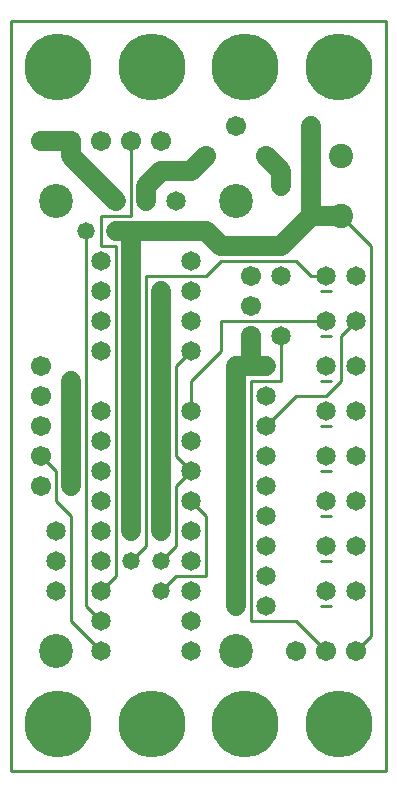
<source format=gtl>
%MOIN*%
%FSLAX25Y25*%
G04 D10 used for Character Trace; *
G04     Circle (OD=.01000) (No hole)*
G04 D11 used for Power Trace; *
G04     Circle (OD=.06700) (No hole)*
G04 D12 used for Signal Trace; *
G04     Circle (OD=.01100) (No hole)*
G04 D13 used for Via; *
G04     Circle (OD=.05800) (Round. Hole ID=.02800)*
G04 D14 used for Component hole; *
G04     Circle (OD=.06500) (Round. Hole ID=.03500)*
G04 D15 used for Component hole; *
G04     Circle (OD=.06700) (Round. Hole ID=.04300)*
G04 D16 used for Component hole; *
G04     Circle (OD=.08100) (Round. Hole ID=.05100)*
G04 D17 used for Component hole; *
G04     Circle (OD=.08900) (Round. Hole ID=.05900)*
G04 D18 used for Component hole; *
G04     Circle (OD=.11300) (Round. Hole ID=.08300)*
G04 D19 used for Component hole; *
G04     Circle (OD=.16000) (Round. Hole ID=.13000)*
G04 D20 used for Component hole; *
G04     Circle (OD=.18300) (Round. Hole ID=.15300)*
G04 D21 used for Component hole; *
G04     Circle (OD=.22291) (Round. Hole ID=.19291)*
%ADD10C,.01000*%
%ADD11C,.06700*%
%ADD12C,.01100*%
%ADD13C,.05800*%
%ADD14C,.06500*%
%ADD15C,.06700*%
%ADD16C,.08100*%
%ADD17C,.08900*%
%ADD18C,.11300*%
%ADD19C,.16000*%
%ADD20C,.18300*%
%ADD21C,.22291*%
%IPPOS*%
%LPD*%
G90*X0Y0D02*D21*X15625Y15625D03*D14*              
X30000Y40000D03*D12*X20000Y50000D01*Y85000D01*    
X15000Y90000D01*Y100000D01*X10000Y105000D01*D15*  
D03*D13*X20000Y95000D03*D11*Y130000D01*D13*D03*   
D14*X30000Y120000D03*Y140000D03*D15*              
X10000Y135000D03*Y125000D03*Y115000D03*D14*       
X30000Y150000D03*D13*X40000Y140000D03*D11*        
Y80000D01*D13*D03*D12*Y70000D02*X45000Y75000D01*  
D13*X40000Y70000D03*D12*X45000Y75000D02*          
Y165000D01*X65000D01*X70000Y170000D01*X95000D01*  
X100000Y165000D01*X105000D01*D14*D03*D10*         
X103326Y160000D02*X106674D01*D14*                 
X115000Y165000D03*X90000Y175000D03*D11*X70000D01* 
X65000Y180000D01*X40000D01*Y140000D01*D12*        
X55000Y105000D02*Y135000D01*X60000Y100000D02*     
X55000Y105000D01*D14*X60000Y100000D03*D12*        
X55000Y95000D01*Y75000D01*X50000Y70000D01*D13*D03*
D12*Y60000D02*X55000Y65000D01*D13*X50000Y60000D03*
D12*X55000Y65000D02*X65000D01*Y85000D01*          
X60000Y90000D01*D14*D03*D13*X50000Y80000D03*D11*  
Y160000D01*D13*D03*D14*X60000Y150000D03*          
Y170000D03*Y160000D03*D12*X35000Y65000D02*        
Y175000D01*X30000Y60000D02*X35000Y65000D01*D14*   
X30000Y60000D03*D12*Y50000D02*X25000Y55000D01*D14*
X30000Y50000D03*D12*X25000Y55000D02*Y180000D01*   
D13*D03*D12*X30000Y175000D02*X35000D01*D11*       
Y180000D02*X40000D01*D13*X35000D03*D12*           
X30000Y185000D02*X40000D01*X30000Y175000D02*      
Y185000D01*D14*Y170000D03*D12*X40000Y185000D02*   
Y210000D01*D15*D03*D11*X45000Y195000D02*          
X50000Y200000D01*X45000Y190000D02*Y195000D01*D13* 
Y190000D03*D11*X50000Y200000D02*X60000D01*        
X65000Y205000D01*D15*D03*X75000Y215000D03*D14*    
X55000Y190000D03*D15*X50000Y210000D03*D18*        
X75000Y190000D03*D15*X85000Y205000D03*D11*        
X90000Y200000D01*Y195000D01*D14*D03*D11*          
Y175000D02*X100000Y185000D01*X110000D01*D16*D03*  
D12*X120000Y175000D01*Y45000D01*X115000Y40000D01* 
D15*D03*X105000D03*D12*X95000Y50000D01*X80000D01* 
Y130000D01*X90000D01*Y145000D01*D14*D03*D15*      
X80000Y155000D03*D11*X75000Y135000D02*X80000D01*  
X75000Y125000D02*Y135000D01*D14*Y125000D03*D11*   
Y115000D01*D14*D03*D11*Y105000D01*D14*D03*D11*    
Y95000D01*D14*D03*D11*Y85000D01*D14*D03*D11*      
Y75000D01*D14*D03*D11*Y65000D01*D14*D03*D11*      
Y55000D01*D14*D03*X85000Y65000D03*Y55000D03*      
X60000Y70000D03*Y40000D03*Y60000D03*D18*          
X75000Y40000D03*D14*X60000Y50000D03*D15*          
X95000Y40000D03*D14*X85000Y75000D03*              
X60000Y80000D03*D10*X103326Y85000D02*X106674D01*  
D14*X85000D03*D10*X103326Y55000D02*X106674D01*D14*
X105000Y60000D03*D10*X103326Y70000D02*X106674D01* 
D14*X105000Y75000D03*Y90000D03*D21*               
X46875Y15625D03*D14*X85000Y95000D03*              
X115000Y60000D03*D21*X78125Y15625D03*D14*         
X115000Y75000D03*Y90000D03*D21*X109375Y15625D03*  
D14*X30000Y100000D03*Y90000D03*D10*               
X103326Y100000D02*X106674D01*D14*X30000Y80000D03* 
Y70000D03*X115000Y105000D03*X105000D03*X85000D03* 
X60000Y110000D03*X30000D03*D12*X0Y0D02*X125000D01*
X0D02*Y250000D01*X125000D01*Y0D01*D14*            
X15000Y80000D03*Y70000D03*Y60000D03*D18*Y40000D03*
D15*X10000Y95000D03*D10*X103326Y115000D02*        
X106674D01*D14*X85000D03*D12*X95000Y125000D01*    
X105000D01*X110000Y130000D01*Y145000D01*          
X115000Y150000D01*D14*D03*X105000D03*D12*         
X70000D01*Y140000D01*X60000Y130000D01*Y120000D01* 
D14*D03*D12*X55000Y135000D02*X60000Y140000D01*D14*
D03*D11*X80000Y135000D02*X85000D01*D14*D03*D11*   
X80000D02*Y145000D01*D15*D03*D14*X90000Y165000D03*
D15*X80000D03*D14*X85000Y125000D03*               
X105000Y120000D03*D10*X103326Y130000D02*          
X106674D01*D14*X105000Y135000D03*D10*             
X103326Y145000D02*X106674D01*D14*                 
X115000Y120000D03*Y135000D03*D11*                 
X100000Y185000D02*Y215000D01*D13*D03*D16*         
X110000Y205000D03*D21*X78125Y234375D03*X109375D03*
X46875D03*D14*X35000Y190000D03*D11*               
X20000Y205000D01*Y210000D01*D15*D03*D11*X10000D01*
D15*D03*X30000D03*D18*X15000Y190000D03*D21*       
X15625Y234375D03*D14*X30000Y160000D03*M02*        

</source>
